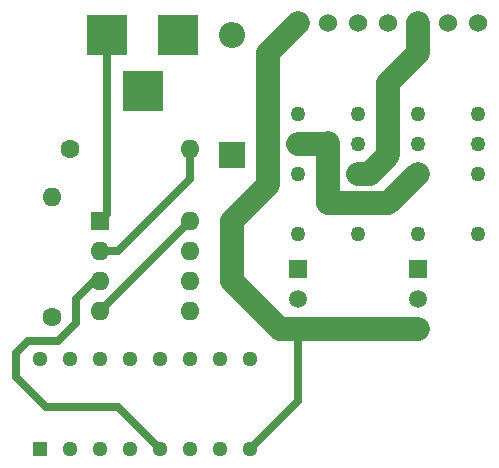
<source format=gbl>
G04 #@! TF.GenerationSoftware,KiCad,Pcbnew,(5.0.0-rc2-dev-720-g9704891c8)*
G04 #@! TF.CreationDate,2018-06-11T17:06:42-04:00*
G04 #@! TF.ProjectId,HeadboardDriver,48656164626F6172644472697665722E,rev?*
G04 #@! TF.SameCoordinates,Original*
G04 #@! TF.FileFunction,Copper,L2,Bot,Signal*
G04 #@! TF.FilePolarity,Positive*
%FSLAX46Y46*%
G04 Gerber Fmt 4.6, Leading zero omitted, Abs format (unit mm)*
G04 Created by KiCad (PCBNEW (5.0.0-rc2-dev-720-g9704891c8)) date Mon Jun 11 17:06:42 2018*
%MOMM*%
%LPD*%
G01*
G04 APERTURE LIST*
%ADD10R,1.295400X1.295400*%
%ADD11C,1.295400*%
%ADD12C,1.524000*%
%ADD13R,3.500000X3.500000*%
%ADD14R,2.200000X2.200000*%
%ADD15O,2.200000X2.200000*%
%ADD16R,1.600000X1.600000*%
%ADD17O,1.600000X1.600000*%
%ADD18C,1.270000*%
%ADD19C,1.600000*%
%ADD20R,1.520000X1.520000*%
%ADD21C,1.520000*%
%ADD22C,2.000000*%
%ADD23C,0.500000*%
%ADD24C,0.700000*%
G04 APERTURE END LIST*
D10*
X145796000Y-109220000D03*
D11*
X148336000Y-109220000D03*
X150876000Y-109220000D03*
X153416000Y-109220000D03*
X155956000Y-109220000D03*
X158496000Y-109220000D03*
X161036000Y-109220000D03*
X163576000Y-109220000D03*
X163576000Y-101600000D03*
X161036000Y-101600000D03*
X158496000Y-101600000D03*
X155956000Y-101600000D03*
X153416000Y-101600000D03*
X150876000Y-101600000D03*
X148336000Y-101600000D03*
X145796000Y-101600000D03*
D12*
X182880000Y-73152000D03*
X180340000Y-73152000D03*
X177800000Y-73152000D03*
X175260000Y-73152000D03*
X172720000Y-73152000D03*
X170180000Y-73152000D03*
X167640000Y-73152000D03*
D13*
X157480000Y-74168000D03*
X151480000Y-74168000D03*
X154480000Y-78868000D03*
D14*
X162052000Y-84328000D03*
D15*
X162052000Y-74168000D03*
D16*
X150876000Y-89916000D03*
D17*
X158496000Y-97536000D03*
X150876000Y-92456000D03*
X158496000Y-94996000D03*
X150876000Y-94996000D03*
X158496000Y-92456000D03*
X150876000Y-97536000D03*
X158496000Y-89916000D03*
D18*
X167640000Y-90957400D03*
X167640000Y-85877400D03*
X167640000Y-83337400D03*
X167640000Y-80797400D03*
X172720000Y-80797400D03*
X172720000Y-83337400D03*
X172720000Y-85877400D03*
X172720000Y-90957400D03*
X182880000Y-90957400D03*
X182880000Y-85877400D03*
X182880000Y-83337400D03*
X182880000Y-80797400D03*
X177800000Y-80797400D03*
X177800000Y-83337400D03*
X177800000Y-85877400D03*
X177800000Y-90957400D03*
D17*
X158496000Y-83820000D03*
D19*
X148336000Y-83820000D03*
X146812000Y-98044000D03*
D17*
X146812000Y-87884000D03*
D20*
X167640000Y-93980000D03*
D21*
X167640000Y-99060000D03*
X167640000Y-96520000D03*
X177800000Y-96520000D03*
X177800000Y-99060000D03*
D20*
X177800000Y-93980000D03*
D22*
X172720000Y-85877400D02*
X173710600Y-85877400D01*
X177800000Y-75692000D02*
X177800000Y-73152000D01*
X175260000Y-78232000D02*
X177800000Y-75692000D01*
X175260000Y-84328000D02*
X175260000Y-78232000D01*
X173710600Y-85877400D02*
X175260000Y-84328000D01*
D23*
X177800000Y-73660000D02*
X177800000Y-73152000D01*
D22*
X167640000Y-99060000D02*
X166116000Y-99060000D01*
X165100000Y-75692000D02*
X167640000Y-73152000D01*
X165100000Y-86868000D02*
X165100000Y-75692000D01*
X162052000Y-89916000D02*
X165100000Y-86868000D01*
X162052000Y-94996000D02*
X162052000Y-89916000D01*
X166116000Y-99060000D02*
X162052000Y-94996000D01*
D24*
X151480000Y-74168000D02*
X151480000Y-89312000D01*
X151480000Y-89312000D02*
X150876000Y-89916000D01*
X163576000Y-109220000D02*
X167640000Y-105156000D01*
X167640000Y-105156000D02*
X167640000Y-99060000D01*
D22*
X167640000Y-99060000D02*
X177800000Y-99060000D01*
X177800000Y-85877400D02*
X177774600Y-85877400D01*
X177774600Y-85877400D02*
X175260000Y-88392000D01*
X175260000Y-88392000D02*
X170180000Y-88392000D01*
X170180000Y-88392000D02*
X170180000Y-85852000D01*
X170180000Y-85852000D02*
X170180000Y-83312000D01*
X170180000Y-83312000D02*
X170154600Y-83337400D01*
X170154600Y-83337400D02*
X167640000Y-83337400D01*
D24*
X150876000Y-94996000D02*
X150368000Y-94996000D01*
X150368000Y-94996000D02*
X148844000Y-96520000D01*
X148844000Y-96520000D02*
X148844000Y-98552000D01*
X148844000Y-98552000D02*
X147320000Y-100076000D01*
X147320000Y-100076000D02*
X144780000Y-100076000D01*
X144780000Y-100076000D02*
X143764000Y-101092000D01*
X143764000Y-101092000D02*
X143764000Y-103124000D01*
X143764000Y-103124000D02*
X146304000Y-105664000D01*
X146304000Y-105664000D02*
X152400000Y-105664000D01*
X152400000Y-105664000D02*
X155956000Y-109220000D01*
X158496000Y-89916000D02*
X150876000Y-97536000D01*
X150876000Y-92456000D02*
X152400000Y-92456000D01*
X158496000Y-86360000D02*
X158496000Y-83820000D01*
X152400000Y-92456000D02*
X158496000Y-86360000D01*
M02*

</source>
